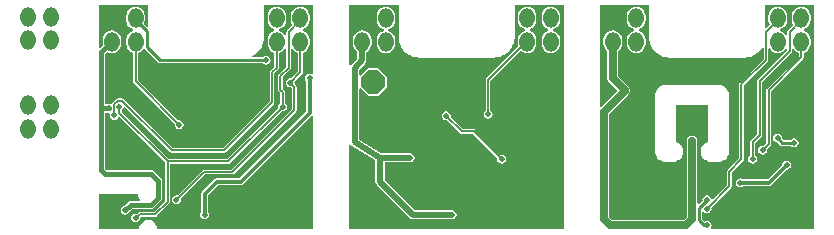
<source format=gtl>
G04*
G04 #@! TF.GenerationSoftware,Altium Limited,Altium Designer,19.1.5 (86)*
G04*
G04 Layer_Physical_Order=1*
G04 Layer_Color=255*
%FSLAX25Y25*%
%MOIN*%
G70*
G01*
G75*
%ADD10P,0.08523X8X337.5*%
%ADD11C,0.02000*%
%ADD12C,0.00500*%
%ADD13C,0.01200*%
%ADD14C,0.01600*%
%ADD15C,0.01000*%
%ADD16C,0.02500*%
%ADD17O,0.05118X0.06535*%
%ADD18C,0.01968*%
G36*
X185935Y6019D02*
X114497D01*
Y34065D01*
X114896Y34190D01*
X114997Y34198D01*
X115067Y34133D01*
X115134Y34032D01*
X115284Y33932D01*
X115416Y33810D01*
X123186Y29044D01*
Y21900D01*
X123303Y21315D01*
X123634Y20819D01*
X134634Y9819D01*
X135131Y9487D01*
X135716Y9370D01*
X148716D01*
X149301Y9487D01*
X149797Y9819D01*
X150129Y10315D01*
X150245Y10900D01*
X150129Y11485D01*
X149797Y11981D01*
X149301Y12313D01*
X148716Y12429D01*
X136349D01*
X126245Y22533D01*
Y28370D01*
X134716D01*
X135301Y28487D01*
X135797Y28819D01*
X136129Y29315D01*
X136245Y29900D01*
X136129Y30485D01*
X135797Y30981D01*
X135301Y31313D01*
X134716Y31429D01*
X125147D01*
X117745Y35970D01*
Y40900D01*
Y52807D01*
X118207Y52998D01*
X120808Y50397D01*
X123946D01*
X127083Y53535D01*
Y56672D01*
X123946Y59809D01*
X120808D01*
X118207Y57208D01*
X117745Y57400D01*
Y59266D01*
X119717Y61238D01*
X120049Y61734D01*
X120165Y62320D01*
Y65134D01*
X120340Y65207D01*
X120979Y65697D01*
X121469Y66336D01*
X121777Y67080D01*
X121882Y67879D01*
Y69296D01*
X121777Y70095D01*
X121469Y70839D01*
X120979Y71478D01*
X120340Y71968D01*
X119596Y72277D01*
X118797Y72382D01*
X117999Y72277D01*
X117254Y71968D01*
X116615Y71478D01*
X116125Y70839D01*
X115817Y70095D01*
X115712Y69296D01*
Y67879D01*
X115817Y67080D01*
X116125Y66336D01*
X116615Y65697D01*
X117106Y65320D01*
Y62953D01*
X115134Y60981D01*
X114997Y60775D01*
X114497Y60927D01*
Y80765D01*
X130874Y80765D01*
Y70164D01*
X130879Y70139D01*
X130875Y70113D01*
X130904Y69541D01*
X130922Y69468D01*
X130922Y69392D01*
X131146Y68269D01*
X131184Y68176D01*
X131204Y68078D01*
X131642Y67020D01*
X131698Y66936D01*
X131736Y66844D01*
X132372Y65892D01*
X132443Y65821D01*
X132499Y65737D01*
X133309Y64927D01*
X133392Y64872D01*
X133463Y64801D01*
X134415Y64164D01*
X134508Y64126D01*
X134592Y64070D01*
X135650Y63632D01*
X135748Y63612D01*
X135841Y63574D01*
X136964Y63350D01*
X137039Y63350D01*
X137113Y63332D01*
X137685Y63304D01*
X137710Y63307D01*
X137735Y63302D01*
X162696D01*
X162721Y63307D01*
X162746Y63304D01*
X163319Y63332D01*
X163392Y63350D01*
X163468Y63350D01*
X164591Y63574D01*
X164683Y63612D01*
X164782Y63632D01*
X165840Y64070D01*
X165923Y64126D01*
X166016Y64165D01*
X166968Y64801D01*
X167039Y64872D01*
X167123Y64928D01*
X167932Y65737D01*
X167988Y65821D01*
X168059Y65892D01*
X168695Y66844D01*
X168734Y66936D01*
X168790Y67020D01*
X169228Y68078D01*
X169247Y68176D01*
X169286Y68269D01*
X169509Y69392D01*
X169509Y69468D01*
X169528Y69541D01*
X169556Y70114D01*
X169552Y70139D01*
X169557Y70164D01*
X169557Y80765D01*
X185935D01*
Y6019D01*
D02*
G37*
G36*
X47397Y73645D02*
X46935Y73454D01*
X45958Y74431D01*
X46174Y74954D01*
X46279Y75753D01*
Y77170D01*
X46174Y77969D01*
X45866Y78713D01*
X45376Y79352D01*
X44737Y79842D01*
X43992Y80151D01*
X43194Y80256D01*
X42395Y80151D01*
X41651Y79842D01*
X41012Y79352D01*
X40522Y78713D01*
X40214Y77969D01*
X40108Y77170D01*
Y75753D01*
X40214Y74954D01*
X40522Y74210D01*
X41012Y73571D01*
X41651Y73081D01*
X42395Y72773D01*
Y72277D01*
X41651Y71968D01*
X41012Y71478D01*
X40522Y70839D01*
X40214Y70095D01*
X40108Y69296D01*
Y67879D01*
X40214Y67080D01*
X40522Y66336D01*
X41012Y65697D01*
X41651Y65207D01*
X42395Y64899D01*
X42429Y64894D01*
Y55445D01*
X42487Y55152D01*
X42653Y54904D01*
X56297Y41260D01*
X56225Y40900D01*
X56340Y40321D01*
X56669Y39830D01*
X57160Y39502D01*
X57739Y39387D01*
X58318Y39502D01*
X58809Y39830D01*
X59137Y40321D01*
X59252Y40900D01*
X59137Y41479D01*
X58809Y41970D01*
X58318Y42298D01*
X57739Y42413D01*
X57378Y42342D01*
X43959Y55761D01*
Y64894D01*
X43992Y64899D01*
X44737Y65207D01*
X45376Y65697D01*
X45632Y66032D01*
X46050Y66073D01*
X46258Y66026D01*
X50630Y61654D01*
X50961Y61433D01*
X51351Y61355D01*
X85651D01*
X85668Y61330D01*
X86159Y61002D01*
X86739Y60887D01*
X87318Y61002D01*
X87809Y61330D01*
X88137Y61821D01*
X88252Y62400D01*
X88137Y62979D01*
X87809Y63470D01*
X87318Y63798D01*
X86739Y63913D01*
X86159Y63798D01*
X85668Y63470D01*
X85618Y63395D01*
X82038D01*
X81939Y63895D01*
X82363Y64070D01*
X82446Y64126D01*
X82539Y64165D01*
X83491Y64801D01*
X83562Y64872D01*
X83645Y64928D01*
X84455Y65737D01*
X84511Y65821D01*
X84582Y65892D01*
X85218Y66844D01*
X85257Y66937D01*
X85312Y67020D01*
X85751Y68078D01*
X85770Y68177D01*
X85809Y68269D01*
X86032Y69392D01*
X86032Y69468D01*
X86051Y69541D01*
X86079Y70114D01*
X86075Y70139D01*
X86080Y70164D01*
X86080Y80765D01*
X102458Y80765D01*
Y57972D01*
X101958Y57705D01*
X101818Y57798D01*
X101239Y57913D01*
X100660Y57798D01*
X100169Y57470D01*
X99840Y56979D01*
X99725Y56400D01*
X99840Y55821D01*
X100117Y55407D01*
Y45365D01*
X77774Y23022D01*
X70239D01*
X69809Y22936D01*
X69446Y22693D01*
X69446Y22693D01*
X65446Y18693D01*
X65202Y18329D01*
X65117Y17900D01*
X65117Y17900D01*
Y11893D01*
X64841Y11479D01*
X64725Y10900D01*
X64841Y10321D01*
X65168Y9830D01*
X65659Y9502D01*
X66239Y9387D01*
X66818Y9502D01*
X67309Y9830D01*
X67637Y10321D01*
X67752Y10900D01*
X67637Y11479D01*
X67360Y11893D01*
Y17435D01*
X70703Y20778D01*
X78239D01*
X78239Y20778D01*
X78668Y20864D01*
X79032Y21107D01*
X101958Y44033D01*
X102252Y43971D01*
X102458Y43845D01*
Y6020D01*
X50954Y6019D01*
X50493Y6177D01*
X50453Y6579D01*
X50410Y6723D01*
X50380Y6870D01*
X50072Y7613D01*
X49851Y7944D01*
X49282Y8513D01*
X48952Y8734D01*
X48208Y9042D01*
X47818Y9119D01*
X47014D01*
X46623Y9042D01*
X45880Y8734D01*
X45549Y8513D01*
X44980Y7944D01*
X44759Y7613D01*
X44451Y6870D01*
X44422Y6723D01*
X44379Y6579D01*
X44339Y6177D01*
X43877Y6020D01*
X31020Y6020D01*
X31019Y17681D01*
X43878Y17681D01*
X43879Y17673D01*
X43922Y17530D01*
X43951Y17383D01*
X44259Y16640D01*
X44480Y16309D01*
X44764Y16025D01*
X44557Y15526D01*
X41539D01*
X41031Y15425D01*
X40601Y15137D01*
X39288Y13824D01*
X39160Y13798D01*
X38669Y13470D01*
X38340Y12979D01*
X38225Y12400D01*
X38340Y11821D01*
X38669Y11330D01*
X39160Y11002D01*
X39739Y10887D01*
X40318Y11002D01*
X40809Y11330D01*
X41137Y11821D01*
X41162Y11949D01*
X42088Y12875D01*
X48346D01*
X48853Y12975D01*
X49283Y13263D01*
X51715Y15695D01*
X52003Y16125D01*
X52103Y16632D01*
Y22304D01*
X52003Y22811D01*
X51715Y23241D01*
X49395Y25562D01*
X48965Y25849D01*
X48458Y25950D01*
X33425D01*
X33125Y26249D01*
Y27025D01*
X33125Y27025D01*
Y44745D01*
X33626Y44964D01*
X33675Y44931D01*
X34254Y44816D01*
X34340Y44833D01*
X34425Y44782D01*
X34725Y44399D01*
X34646Y44002D01*
X34761Y43423D01*
X35089Y42932D01*
X35580Y42604D01*
X36160Y42489D01*
X36739Y42604D01*
X37230Y42932D01*
X37501Y43337D01*
X38044Y43501D01*
X53174Y28371D01*
Y15517D01*
X49422Y11765D01*
X44589D01*
X44296Y11706D01*
X44048Y11541D01*
X44048Y11541D01*
X43807Y11300D01*
X43239Y11413D01*
X42660Y11298D01*
X42169Y10970D01*
X41840Y10479D01*
X41725Y9900D01*
X41840Y9321D01*
X42169Y8830D01*
X42660Y8502D01*
X43239Y8387D01*
X43818Y8502D01*
X44309Y8830D01*
X44637Y9321D01*
X44752Y9900D01*
X45155Y10235D01*
X49739D01*
X50031Y10294D01*
X50279Y10459D01*
X54479Y14659D01*
X54645Y14907D01*
X54703Y15200D01*
X54703Y15200D01*
Y27923D01*
X74040D01*
X74332Y27981D01*
X74581Y28147D01*
X91878Y45445D01*
X92239Y45373D01*
X92818Y45489D01*
X93309Y45817D01*
X93637Y46308D01*
X93752Y46887D01*
X93637Y47466D01*
X93309Y47957D01*
X93003Y48161D01*
Y51900D01*
X93003Y51900D01*
X92945Y52193D01*
X92779Y52441D01*
X92779Y52441D01*
X92268Y52952D01*
Y56848D01*
X94779Y59359D01*
X94945Y59607D01*
X95003Y59900D01*
Y66086D01*
X95451Y66312D01*
X95503Y66309D01*
X95973Y65697D01*
X96612Y65207D01*
X97356Y64899D01*
X97390Y64894D01*
Y58633D01*
X95099Y56342D01*
X94739Y56413D01*
X94160Y56298D01*
X93669Y55970D01*
X93340Y55479D01*
X93225Y54900D01*
X93340Y54321D01*
X93669Y53830D01*
X94160Y53502D01*
X94739Y53387D01*
X94978Y53434D01*
X95374Y53087D01*
Y46117D01*
X75188Y25931D01*
X66104D01*
X65812Y25872D01*
X65564Y25706D01*
X57199Y17342D01*
X56839Y17413D01*
X56260Y17298D01*
X55769Y16970D01*
X55440Y16479D01*
X55325Y15900D01*
X55440Y15321D01*
X55769Y14830D01*
X56260Y14502D01*
X56839Y14387D01*
X57418Y14502D01*
X57909Y14830D01*
X58237Y15321D01*
X58352Y15900D01*
X58280Y16260D01*
X66421Y24401D01*
X75504D01*
X75797Y24459D01*
X76045Y24625D01*
X96679Y45259D01*
X96679Y45259D01*
X96845Y45507D01*
X96903Y45800D01*
X96903Y45800D01*
Y53500D01*
X96845Y53793D01*
X96679Y54041D01*
X96180Y54540D01*
X96252Y54900D01*
X96180Y55260D01*
X98695Y57775D01*
X98861Y58023D01*
X98919Y58316D01*
Y64894D01*
X98953Y64899D01*
X99697Y65207D01*
X100336Y65697D01*
X100827Y66336D01*
X101135Y67080D01*
X101240Y67879D01*
Y69296D01*
X101135Y70095D01*
X100827Y70839D01*
X100336Y71478D01*
X99697Y71968D01*
X98953Y72277D01*
Y72773D01*
X99697Y73081D01*
X100336Y73571D01*
X100827Y74210D01*
X101135Y74954D01*
X101240Y75753D01*
Y77170D01*
X101135Y77969D01*
X100827Y78713D01*
X100336Y79352D01*
X99697Y79842D01*
X98953Y80151D01*
X98155Y80256D01*
X97356Y80151D01*
X96612Y79842D01*
X95973Y79352D01*
X95482Y78713D01*
X95174Y77969D01*
X95069Y77170D01*
Y75753D01*
X95174Y74954D01*
X95482Y74210D01*
X95503Y74183D01*
X93698Y72378D01*
X93532Y72130D01*
X93474Y71837D01*
Y70887D01*
X92974Y70788D01*
X92953Y70839D01*
X92462Y71478D01*
X91823Y71968D01*
X91079Y72277D01*
Y72773D01*
X91823Y73081D01*
X92462Y73571D01*
X92953Y74210D01*
X93261Y74954D01*
X93366Y75753D01*
Y77170D01*
X93261Y77969D01*
X92953Y78713D01*
X92462Y79352D01*
X91823Y79842D01*
X91079Y80151D01*
X90281Y80256D01*
X89482Y80151D01*
X88738Y79842D01*
X88099Y79352D01*
X87608Y78713D01*
X87300Y77969D01*
X87195Y77170D01*
Y75753D01*
X87300Y74954D01*
X87608Y74210D01*
X88099Y73571D01*
X88738Y73081D01*
X89482Y72773D01*
Y72277D01*
X88738Y71968D01*
X88099Y71478D01*
X87608Y70839D01*
X87300Y70095D01*
X87195Y69296D01*
Y67879D01*
X87300Y67080D01*
X87608Y66336D01*
X88099Y65697D01*
X88738Y65207D01*
X89482Y64899D01*
X89516Y64894D01*
Y60259D01*
X88198Y58941D01*
X88032Y58693D01*
X87974Y58400D01*
Y48717D01*
X72422Y33165D01*
X55555D01*
X39279Y49441D01*
X39031Y49606D01*
X38739Y49665D01*
X37239D01*
X36946Y49606D01*
X36698Y49441D01*
X35464Y48206D01*
X35298Y47958D01*
X34955Y47788D01*
X34753Y47743D01*
X34254Y47842D01*
X33675Y47727D01*
X33672Y47725D01*
X33125D01*
Y64519D01*
X33803Y65196D01*
X34521Y64899D01*
X35320Y64793D01*
X36119Y64899D01*
X36863Y65207D01*
X37502Y65697D01*
X37992Y66336D01*
X38300Y67080D01*
X38405Y67879D01*
Y69296D01*
X38300Y70095D01*
X37992Y70839D01*
X37502Y71478D01*
X36863Y71968D01*
X36119Y72277D01*
X35320Y72382D01*
X34521Y72277D01*
X33777Y71968D01*
X33138Y71478D01*
X32648Y70839D01*
X32340Y70095D01*
X32234Y69296D01*
Y67879D01*
X32293Y67435D01*
X31482Y66624D01*
X31020Y66815D01*
X31020Y80765D01*
X47397D01*
X47397Y73645D01*
D02*
G37*
G36*
X269412Y6019D02*
X235130D01*
X234890Y6520D01*
X235091Y6821D01*
X235206Y7400D01*
X235091Y7979D01*
X234763Y8470D01*
X234272Y8798D01*
X233693Y8913D01*
X233114Y8798D01*
X232888Y8647D01*
X232119Y9415D01*
Y11683D01*
X232619Y11835D01*
X232623Y11830D01*
X233114Y11502D01*
X233693Y11387D01*
X234272Y11502D01*
X234763Y11830D01*
X235091Y12321D01*
X235206Y12900D01*
X235135Y13260D01*
X241667Y19792D01*
X241832Y20040D01*
X241891Y20333D01*
Y24984D01*
X245703Y28797D01*
X245869Y29045D01*
X245927Y29338D01*
X245927Y29338D01*
Y54053D01*
X253839Y61964D01*
X254004Y62212D01*
X254063Y62505D01*
Y66237D01*
X254563Y66337D01*
X254563Y66336D01*
X255053Y65697D01*
X255692Y65207D01*
X256436Y64899D01*
X257235Y64793D01*
X258033Y64899D01*
X258778Y65207D01*
X259417Y65697D01*
X259907Y66336D01*
X259928Y66388D01*
X260428Y66288D01*
Y65717D01*
X250652Y55941D01*
X250486Y55693D01*
X250428Y55400D01*
Y37717D01*
X248353Y35642D01*
X248187Y35393D01*
X248129Y35101D01*
Y30674D01*
X247824Y30470D01*
X247496Y29979D01*
X247380Y29400D01*
X247496Y28821D01*
X247824Y28330D01*
X248315Y28002D01*
X248894Y27887D01*
X249473Y28002D01*
X249964Y28330D01*
X250292Y28821D01*
X250407Y29400D01*
X250292Y29979D01*
X249964Y30470D01*
X249658Y30674D01*
Y34784D01*
X251734Y36859D01*
X251734Y36859D01*
X251899Y37107D01*
X251958Y37400D01*
Y55083D01*
X261734Y64859D01*
X261734Y64859D01*
X261899Y65107D01*
X261958Y65400D01*
X261958Y65400D01*
Y66086D01*
X262405Y66312D01*
X262458Y66309D01*
X262927Y65697D01*
X263566Y65207D01*
X264310Y64899D01*
X264344Y64894D01*
Y63633D01*
X253652Y52941D01*
X253486Y52693D01*
X253428Y52400D01*
Y34717D01*
X252553Y33842D01*
X252193Y33913D01*
X251614Y33798D01*
X251123Y33470D01*
X250795Y32979D01*
X250680Y32400D01*
X250795Y31821D01*
X251123Y31330D01*
X251614Y31002D01*
X252193Y30887D01*
X252772Y31002D01*
X253263Y31330D01*
X253591Y31821D01*
X253706Y32400D01*
X253635Y32760D01*
X254734Y33859D01*
X254899Y34107D01*
X254958Y34400D01*
X254958Y34400D01*
Y52083D01*
X265650Y62775D01*
X265650Y62775D01*
X265815Y63023D01*
X265874Y63316D01*
Y64894D01*
X265908Y64899D01*
X266652Y65207D01*
X267291Y65697D01*
X267781Y66336D01*
X268089Y67080D01*
X268194Y67879D01*
Y69296D01*
X268089Y70095D01*
X267781Y70839D01*
X267291Y71478D01*
X266652Y71968D01*
X265908Y72277D01*
Y72773D01*
X266652Y73081D01*
X267291Y73571D01*
X267781Y74210D01*
X268089Y74954D01*
X268194Y75753D01*
Y77170D01*
X268089Y77969D01*
X267781Y78713D01*
X267291Y79352D01*
X266652Y79842D01*
X265908Y80151D01*
X265109Y80256D01*
X264310Y80151D01*
X263566Y79842D01*
X262927Y79352D01*
X262437Y78713D01*
X262129Y77969D01*
X262023Y77170D01*
Y75753D01*
X262129Y74954D01*
X262437Y74210D01*
X262458Y74183D01*
X260652Y72378D01*
X260487Y72130D01*
X260428Y71837D01*
Y70887D01*
X259928Y70788D01*
X259907Y70839D01*
X259417Y71478D01*
X258778Y71968D01*
X258033Y72277D01*
Y72773D01*
X258778Y73081D01*
X259417Y73571D01*
X259907Y74210D01*
X260215Y74954D01*
X260320Y75753D01*
Y77170D01*
X260215Y77969D01*
X259907Y78713D01*
X259417Y79352D01*
X258778Y79842D01*
X258033Y80151D01*
X257235Y80256D01*
X256436Y80151D01*
X255692Y79842D01*
X255053Y79352D01*
X254563Y78713D01*
X254255Y77969D01*
X254149Y77170D01*
Y75753D01*
X254255Y74954D01*
X254563Y74210D01*
X254584Y74183D01*
X253497Y73096D01*
X253034Y73287D01*
X253034Y80765D01*
X269412D01*
Y6019D01*
D02*
G37*
G36*
X93474Y66288D02*
Y60217D01*
X90963Y57705D01*
X90797Y57457D01*
X90739Y57165D01*
Y52635D01*
X90797Y52343D01*
X90963Y52095D01*
X91474Y51583D01*
Y48161D01*
X91168Y47957D01*
X90841Y47466D01*
X90725Y46887D01*
X90797Y46526D01*
X73723Y29453D01*
X54255D01*
X38545Y45163D01*
X38576Y45674D01*
X38809Y45830D01*
X39137Y46321D01*
X39202Y46648D01*
X39739Y46818D01*
X54698Y31859D01*
X54698Y31859D01*
X54946Y31694D01*
X55239Y31635D01*
X72739D01*
X73031Y31694D01*
X73279Y31859D01*
X89279Y47859D01*
X89445Y48107D01*
X89503Y48400D01*
X89503Y48400D01*
Y58083D01*
X90821Y59401D01*
X90987Y59649D01*
X91045Y59942D01*
Y64894D01*
X91079Y64899D01*
X91823Y65207D01*
X92462Y65697D01*
X92953Y66336D01*
X92974Y66388D01*
X93474Y66288D01*
D02*
G37*
G36*
X214351Y80765D02*
Y70164D01*
X214356Y70139D01*
X214353Y70114D01*
X214381Y69541D01*
X214399Y69468D01*
X214399Y69392D01*
X214623Y68269D01*
X214661Y68176D01*
X214681Y68078D01*
X215119Y67020D01*
X215175Y66936D01*
X215213Y66844D01*
X215850Y65892D01*
X215921Y65821D01*
X215976Y65737D01*
X216786Y64928D01*
X216869Y64872D01*
X216940Y64801D01*
X217893Y64165D01*
X217985Y64126D01*
X218069Y64070D01*
X219127Y63632D01*
X219225Y63612D01*
X219318Y63574D01*
X220441Y63350D01*
X220517Y63350D01*
X220590Y63332D01*
X221163Y63304D01*
X221188Y63307D01*
X221213Y63302D01*
X246173D01*
X246198Y63307D01*
X246223Y63304D01*
X246796Y63332D01*
X246869Y63350D01*
X246945Y63350D01*
X248068Y63574D01*
X248161Y63612D01*
X248259Y63632D01*
X249317Y64070D01*
X249400Y64126D01*
X249493Y64165D01*
X250445Y64801D01*
X250516Y64872D01*
X250600Y64928D01*
X251410Y65737D01*
X251465Y65821D01*
X251536Y65892D01*
X252033Y66635D01*
X252533Y66484D01*
Y62822D01*
X244622Y54910D01*
X244456Y54662D01*
X244398Y54370D01*
Y29655D01*
X240585Y25842D01*
X240420Y25594D01*
X240361Y25301D01*
Y20650D01*
X235694Y15982D01*
X235156Y16152D01*
X235091Y16479D01*
X234763Y16970D01*
X234272Y17298D01*
X233693Y17413D01*
X233114Y17298D01*
X232623Y16970D01*
X232295Y16479D01*
X232180Y15900D01*
X232191Y15840D01*
X230939Y14588D01*
X230477Y14780D01*
Y21294D01*
X230515Y21485D01*
Y35456D01*
X230380Y36139D01*
X229993Y36718D01*
X229993Y36718D01*
X229955Y36756D01*
X229376Y37143D01*
X228693Y37279D01*
X228010Y37143D01*
X227431Y36756D01*
X227045Y36177D01*
X226909Y35495D01*
X226947Y35303D01*
Y21639D01*
X226909Y21447D01*
Y10139D01*
X225954Y9184D01*
X201932D01*
X200977Y10139D01*
Y44453D01*
X207455Y50930D01*
X207455Y50930D01*
X207841Y51509D01*
X207977Y52192D01*
Y52400D01*
X207977Y52400D01*
X207841Y53083D01*
X207455Y53662D01*
X204059Y57058D01*
Y65392D01*
X204456Y65697D01*
X204946Y66336D01*
X205255Y67080D01*
X205360Y67879D01*
Y69296D01*
X205255Y70095D01*
X204946Y70839D01*
X204456Y71478D01*
X203817Y71968D01*
X203073Y72277D01*
X202274Y72382D01*
X201476Y72277D01*
X200731Y71968D01*
X200093Y71478D01*
X199602Y70839D01*
X199294Y70095D01*
X199189Y69296D01*
Y67879D01*
X199294Y67080D01*
X199602Y66336D01*
X200093Y65697D01*
X200490Y65392D01*
Y56319D01*
X200626Y55636D01*
X201013Y55057D01*
X203774Y52296D01*
X198436Y46958D01*
X197974Y47150D01*
Y80765D01*
X214351Y80765D01*
D02*
G37*
%LPC*%
G36*
X181632Y80256D02*
X180833Y80151D01*
X180089Y79842D01*
X179450Y79352D01*
X178960Y78713D01*
X178651Y77969D01*
X178546Y77170D01*
Y75753D01*
X178651Y74954D01*
X178960Y74210D01*
X179450Y73571D01*
X180089Y73081D01*
X180833Y72773D01*
Y72277D01*
X180089Y71968D01*
X179450Y71478D01*
X178960Y70839D01*
X178651Y70095D01*
X178546Y69296D01*
Y67879D01*
X178651Y67080D01*
X178960Y66336D01*
X179450Y65697D01*
X180089Y65207D01*
X180833Y64899D01*
X181632Y64793D01*
X182430Y64899D01*
X183175Y65207D01*
X183814Y65697D01*
X184304Y66336D01*
X184612Y67080D01*
X184717Y67879D01*
Y69296D01*
X184612Y70095D01*
X184304Y70839D01*
X183814Y71478D01*
X183175Y71968D01*
X182430Y72277D01*
Y72773D01*
X183175Y73081D01*
X183814Y73571D01*
X184304Y74210D01*
X184612Y74954D01*
X184717Y75753D01*
Y77170D01*
X184612Y77969D01*
X184304Y78713D01*
X183814Y79352D01*
X183175Y79842D01*
X182430Y80151D01*
X181632Y80256D01*
D02*
G37*
G36*
X173758D02*
X172959Y80151D01*
X172215Y79842D01*
X171576Y79352D01*
X171086Y78713D01*
X170777Y77969D01*
X170672Y77170D01*
Y75753D01*
X170777Y74954D01*
X171086Y74210D01*
X171576Y73571D01*
X172215Y73081D01*
X172959Y72773D01*
Y72277D01*
X172215Y71968D01*
X171576Y71478D01*
X171086Y70839D01*
X170777Y70095D01*
X170672Y69296D01*
Y67879D01*
X170777Y67080D01*
X170802Y67020D01*
X160175Y56393D01*
X160009Y56145D01*
X159951Y55853D01*
Y45674D01*
X159646Y45470D01*
X159318Y44979D01*
X159202Y44400D01*
X159318Y43821D01*
X159646Y43330D01*
X160137Y43002D01*
X160716Y42887D01*
X161295Y43002D01*
X161786Y43330D01*
X162114Y43821D01*
X162229Y44400D01*
X162114Y44979D01*
X161786Y45470D01*
X161480Y45674D01*
Y55536D01*
X171613Y65668D01*
X172215Y65207D01*
X172959Y64899D01*
X173758Y64793D01*
X174556Y64899D01*
X175300Y65207D01*
X175940Y65697D01*
X176430Y66336D01*
X176738Y67080D01*
X176843Y67879D01*
Y69296D01*
X176738Y70095D01*
X176430Y70839D01*
X175940Y71478D01*
X175300Y71968D01*
X174556Y72277D01*
Y72773D01*
X175300Y73081D01*
X175940Y73571D01*
X176430Y74210D01*
X176738Y74954D01*
X176843Y75753D01*
Y77170D01*
X176738Y77969D01*
X176430Y78713D01*
X175940Y79352D01*
X175300Y79842D01*
X174556Y80151D01*
X173758Y80256D01*
D02*
G37*
G36*
X126671D02*
X125873Y80151D01*
X125128Y79842D01*
X124489Y79352D01*
X123999Y78713D01*
X123691Y77969D01*
X123586Y77170D01*
Y75753D01*
X123691Y74954D01*
X123999Y74210D01*
X124489Y73571D01*
X125128Y73081D01*
X125873Y72773D01*
Y72277D01*
X125128Y71968D01*
X124489Y71478D01*
X123999Y70839D01*
X123691Y70095D01*
X123586Y69296D01*
Y67879D01*
X123691Y67080D01*
X123999Y66336D01*
X124489Y65697D01*
X125128Y65207D01*
X125873Y64899D01*
X126671Y64793D01*
X127470Y64899D01*
X128214Y65207D01*
X128853Y65697D01*
X129343Y66336D01*
X129651Y67080D01*
X129756Y67879D01*
Y69296D01*
X129651Y70095D01*
X129343Y70839D01*
X128853Y71478D01*
X128214Y71968D01*
X127470Y72277D01*
Y72773D01*
X128214Y73081D01*
X128853Y73571D01*
X129343Y74210D01*
X129651Y74954D01*
X129756Y75753D01*
Y77170D01*
X129651Y77969D01*
X129343Y78713D01*
X128853Y79352D01*
X128214Y79842D01*
X127470Y80151D01*
X126671Y80256D01*
D02*
G37*
G36*
X146716Y45413D02*
X146137Y45298D01*
X145646Y44970D01*
X145318Y44479D01*
X145202Y43900D01*
X145318Y43321D01*
X145646Y42830D01*
X146137Y42502D01*
X146716Y42387D01*
X147076Y42458D01*
X151409Y38125D01*
X151657Y37959D01*
X151950Y37901D01*
X151950Y37901D01*
X155633D01*
X163774Y29760D01*
X163702Y29400D01*
X163818Y28821D01*
X164146Y28330D01*
X164637Y28002D01*
X165216Y27887D01*
X165795Y28002D01*
X166286Y28330D01*
X166614Y28821D01*
X166729Y29400D01*
X166614Y29979D01*
X166286Y30470D01*
X165795Y30798D01*
X165216Y30913D01*
X164856Y30842D01*
X156491Y39206D01*
X156243Y39372D01*
X155950Y39430D01*
X152267D01*
X148157Y43540D01*
X148229Y43900D01*
X148114Y44479D01*
X147786Y44970D01*
X147295Y45298D01*
X146716Y45413D01*
D02*
G37*
G36*
X257193Y37913D02*
X256614Y37798D01*
X256123Y37470D01*
X255795Y36979D01*
X255680Y36400D01*
X255795Y35821D01*
X256123Y35330D01*
X256614Y35002D01*
X257193Y34887D01*
X257253Y34898D01*
X257972Y34179D01*
X258303Y33958D01*
X258693Y33880D01*
X261589D01*
X261623Y33830D01*
X262114Y33502D01*
X262693Y33387D01*
X263272Y33502D01*
X263763Y33830D01*
X264091Y34321D01*
X264206Y34900D01*
X264091Y35479D01*
X263763Y35970D01*
X263272Y36298D01*
X262693Y36413D01*
X262114Y36298D01*
X261623Y35970D01*
X261589Y35919D01*
X259115D01*
X258694Y36340D01*
X258706Y36400D01*
X258591Y36979D01*
X258263Y37470D01*
X257772Y37798D01*
X257193Y37913D01*
D02*
G37*
G36*
X260193Y28913D02*
X259614Y28798D01*
X259123Y28470D01*
X258795Y27979D01*
X258698Y27491D01*
X253864Y22657D01*
X245822D01*
X245408Y22934D01*
X244829Y23049D01*
X244250Y22934D01*
X243759Y22606D01*
X243431Y22115D01*
X243315Y21536D01*
X243431Y20957D01*
X243759Y20466D01*
X244250Y20138D01*
X244829Y20022D01*
X245408Y20138D01*
X245822Y20414D01*
X254329D01*
X254329Y20414D01*
X254758Y20500D01*
X255122Y20743D01*
X260284Y25905D01*
X260772Y26002D01*
X261263Y26330D01*
X261591Y26821D01*
X261706Y27400D01*
X261591Y27979D01*
X261263Y28470D01*
X260772Y28798D01*
X260193Y28913D01*
D02*
G37*
G36*
X210148Y80256D02*
X209350Y80151D01*
X208606Y79842D01*
X207966Y79352D01*
X207476Y78713D01*
X207168Y77969D01*
X207063Y77170D01*
Y75753D01*
X207168Y74954D01*
X207476Y74210D01*
X207966Y73571D01*
X208606Y73081D01*
X209350Y72773D01*
Y72277D01*
X208606Y71968D01*
X207966Y71478D01*
X207476Y70839D01*
X207168Y70095D01*
X207063Y69296D01*
Y67879D01*
X207168Y67080D01*
X207476Y66336D01*
X207966Y65697D01*
X208606Y65207D01*
X209350Y64899D01*
X210148Y64793D01*
X210947Y64899D01*
X211691Y65207D01*
X212330Y65697D01*
X212820Y66336D01*
X213129Y67080D01*
X213234Y67879D01*
Y69296D01*
X213129Y70095D01*
X212820Y70839D01*
X212330Y71478D01*
X211691Y71968D01*
X210947Y72277D01*
Y72773D01*
X211691Y73081D01*
X212330Y73571D01*
X212820Y74210D01*
X213129Y74954D01*
X213234Y75753D01*
Y77170D01*
X213129Y77969D01*
X212820Y78713D01*
X212330Y79352D01*
X211691Y79842D01*
X210947Y80151D01*
X210148Y80256D01*
D02*
G37*
G36*
X237555Y54218D02*
X219831D01*
X219831Y54218D01*
X219831Y54218D01*
X219831D01*
X219830Y54218D01*
X219829Y54218D01*
X219359Y54218D01*
X219163Y54178D01*
X218970Y54140D01*
X218102Y53780D01*
X217936Y53668D01*
X217772Y53559D01*
X217108Y52895D01*
X217108Y52895D01*
X217108Y52895D01*
X217107Y52894D01*
X216997Y52729D01*
X216887Y52564D01*
X216886Y52564D01*
X216886Y52564D01*
X216886Y52564D01*
X216527Y51697D01*
X216527Y51697D01*
X216527Y51697D01*
X216526Y51696D01*
X216488Y51507D01*
X216448Y51307D01*
X216447Y50837D01*
X216448Y50836D01*
X216447Y50836D01*
Y31961D01*
X216448Y31960D01*
X216447Y31959D01*
X216448Y31490D01*
X216487Y31294D01*
X216526Y31100D01*
X216886Y30232D01*
X216997Y30066D01*
X217107Y29902D01*
X217771Y29238D01*
X217771Y29238D01*
X217771Y29238D01*
X217771Y29238D01*
X217932Y29130D01*
X218101Y29017D01*
X218969Y28657D01*
X219164Y28618D01*
X219359Y28578D01*
X219829Y28578D01*
X219829Y28578D01*
X219830Y28578D01*
X222420D01*
X222420Y28578D01*
X222421Y28578D01*
X222891Y28578D01*
X223086Y28617D01*
X223281Y28656D01*
X224148Y29016D01*
X224148Y29016D01*
X224148Y29016D01*
X224149Y29017D01*
X224302Y29119D01*
X224479Y29238D01*
X225143Y29902D01*
X225256Y30071D01*
X225364Y30233D01*
X225723Y31101D01*
X225763Y31301D01*
X225801Y31491D01*
Y32431D01*
X225723Y32821D01*
X225723Y32821D01*
X225363Y33690D01*
X225142Y34021D01*
X224477Y34686D01*
X224147Y34907D01*
X223278Y35267D01*
X223214Y35279D01*
Y47456D01*
X234172D01*
Y35279D01*
X234108Y35267D01*
X233240Y34907D01*
X233074Y34796D01*
X232909Y34686D01*
X232244Y34022D01*
X232140Y33865D01*
X232023Y33691D01*
X231663Y32823D01*
X231623Y32621D01*
X231586Y32433D01*
X231585Y31493D01*
X231623Y31299D01*
X231662Y31103D01*
X232021Y30234D01*
X232137Y30061D01*
X232242Y29903D01*
X232906Y29238D01*
X233079Y29123D01*
X233237Y29017D01*
X234105Y28656D01*
X234293Y28619D01*
X234495Y28578D01*
X234965Y28578D01*
X234965Y28578D01*
X234966Y28578D01*
X234968D01*
X234968Y28578D01*
X237556D01*
X237557Y28578D01*
X237557Y28578D01*
X238027Y28578D01*
X238222Y28618D01*
X238417Y28657D01*
X239284Y29017D01*
X239448Y29126D01*
X239615Y29238D01*
X240278Y29902D01*
X240278Y29902D01*
X240278Y29902D01*
X240279Y29902D01*
X240385Y30060D01*
X240500Y30232D01*
X240860Y31100D01*
X240898Y31294D01*
X240938Y31490D01*
X240938Y31959D01*
X240938Y31960D01*
X240938Y31961D01*
Y31961D01*
X240938Y31961D01*
Y50835D01*
X240938Y50835D01*
X240938Y50835D01*
Y50836D01*
X240938Y50836D01*
X240938Y50837D01*
X240938Y51307D01*
X240897Y51507D01*
X240860Y51696D01*
X240859Y51697D01*
X240859Y51697D01*
X240859Y51697D01*
X240499Y52564D01*
X240389Y52729D01*
X240279Y52894D01*
X239615Y53558D01*
X239615Y53558D01*
X239614Y53558D01*
X239614Y53559D01*
X239456Y53664D01*
X239284Y53780D01*
X238416Y54140D01*
X238222Y54178D01*
X238026Y54218D01*
X237557Y54218D01*
X237556Y54218D01*
X237555Y54218D01*
X237555D01*
X237555Y54218D01*
D02*
G37*
%LPD*%
D10*
X133512Y55103D02*
D03*
X133512Y21697D02*
D03*
X166919Y21697D02*
D03*
X166919Y55103D02*
D03*
X122377D02*
D03*
D11*
X124716Y21900D02*
Y29900D01*
Y21900D02*
X135716Y10900D01*
X124716Y29900D02*
X134716D01*
X135716Y10900D02*
X148716D01*
X116216Y35114D02*
X124716Y29900D01*
X116216Y35114D02*
Y40900D01*
Y59900D01*
X118636Y62320D01*
Y68426D01*
X118797Y68587D01*
D12*
X155950Y38666D02*
X165216Y29400D01*
X146716Y43900D02*
X151950Y38666D01*
X155950D01*
X160716Y55853D02*
X173451Y68587D01*
X160716Y44400D02*
Y55853D01*
X173451Y68587D02*
X173758D01*
X55239Y32400D02*
X72739D01*
X38739Y48900D02*
X55239Y32400D01*
X37239Y48900D02*
X38739D01*
X36004Y47666D02*
X37239Y48900D01*
X36004Y44157D02*
Y47666D01*
X75504Y25166D02*
X96139Y45800D01*
X66104Y25166D02*
X75504D01*
X56839Y15900D02*
X66104Y25166D01*
X88739Y48400D02*
Y58400D01*
X72739Y32400D02*
X88739Y48400D01*
X74040Y28688D02*
X92239Y46887D01*
X53939Y28688D02*
X74040D01*
X96139Y45800D02*
Y53500D01*
X94739Y54900D02*
X96139Y53500D01*
X37739Y44888D02*
Y46900D01*
Y44888D02*
X53939Y28688D01*
Y15200D02*
Y28688D01*
X49739Y11000D02*
X53939Y15200D01*
X44589Y11000D02*
X49739D01*
X43489Y9900D02*
X44589Y11000D01*
X43239Y9900D02*
X43489D01*
X92239Y46887D02*
Y51900D01*
X90281Y59942D02*
Y68588D01*
X88739Y58400D02*
X90281Y59942D01*
X94239Y59900D02*
Y71837D01*
X91503Y57165D02*
X94239Y59900D01*
X91503Y52635D02*
Y57165D01*
Y52635D02*
X92239Y51900D01*
X43194Y55445D02*
X57739Y40900D01*
X43194Y55445D02*
Y68588D01*
X94239Y71837D02*
X98155Y75753D01*
Y58316D02*
Y68588D01*
X94739Y54900D02*
X98155Y58316D01*
Y75753D02*
Y76462D01*
X36004Y44157D02*
X36160Y44002D01*
X253298Y62505D02*
Y71816D01*
X245163Y54370D02*
X253298Y62505D01*
X245163Y29338D02*
Y54370D01*
X241126Y25301D02*
X245163Y29338D01*
X241126Y20333D02*
Y25301D01*
X233693Y12900D02*
X241126Y20333D01*
X253298Y71816D02*
X257235Y75753D01*
X265109Y63316D02*
Y68588D01*
X252193Y32400D02*
X254193Y34400D01*
Y52400D02*
X265109Y63316D01*
X254193Y34400D02*
Y52400D01*
X248894Y29400D02*
Y35101D01*
X261193Y65400D02*
Y71837D01*
X265109Y75753D01*
X251193Y55400D02*
X261193Y65400D01*
X248894Y35101D02*
X251193Y37400D01*
Y55400D01*
X265109Y75753D02*
Y76462D01*
X257235Y75753D02*
Y76462D01*
D13*
X78239Y21900D02*
X101239Y44900D01*
X70239Y21900D02*
X78239D01*
X66239Y17900D02*
X70239Y21900D01*
X66239Y10900D02*
Y17900D01*
X101239Y44900D02*
Y56400D01*
X244829Y21536D02*
X254329D01*
X260193Y27400D01*
D14*
X31800Y65068D02*
X35320Y68588D01*
X31800Y46400D02*
Y65068D01*
Y27025D02*
Y46400D01*
X31800Y46400D01*
X34184D01*
X34254Y46329D01*
X31800Y27025D02*
X31800Y27025D01*
X31800Y25700D02*
Y27025D01*
Y25700D02*
X32876Y24624D01*
X48458D01*
X50778Y22304D01*
X48346Y14200D02*
X50778Y16632D01*
X41539Y14200D02*
X48346D01*
X39739Y12400D02*
X41539Y14200D01*
X50778Y16632D02*
Y22304D01*
D15*
X51351Y62375D02*
X86739D01*
X46917Y66808D02*
X51351Y62375D01*
X46917Y66808D02*
Y72030D01*
X43194Y75753D02*
X46917Y72030D01*
X43194Y75753D02*
Y76462D01*
X232693Y7400D02*
X233693D01*
X231100Y8993D02*
X232693Y7400D01*
X231100Y8993D02*
Y13307D01*
X233693Y15900D01*
X257193Y36400D02*
X258693Y34900D01*
X262693D01*
D16*
X228693Y9400D02*
Y21447D01*
X226693Y7400D02*
X228693Y9400D01*
X201193Y7400D02*
X226693D01*
X199193Y9400D02*
X201193Y7400D01*
X199193Y9400D02*
Y45192D01*
X228731Y21485D02*
Y35456D01*
X228693Y35495D02*
X228731Y35456D01*
X228693Y21447D02*
X228731Y21485D01*
X199193Y45192D02*
X206193Y52192D01*
Y52400D01*
X202274Y56319D02*
Y68588D01*
Y56319D02*
X206193Y52400D01*
D17*
X7204Y68988D02*
D03*
X15078D02*
D03*
Y76862D02*
D03*
X7204D02*
D03*
Y39454D02*
D03*
X15078D02*
D03*
Y47329D02*
D03*
X7204D02*
D03*
X118797Y76461D02*
D03*
X126671D02*
D03*
Y68587D02*
D03*
X118797D02*
D03*
X173758D02*
D03*
X181632D02*
D03*
Y76461D02*
D03*
X173758D02*
D03*
X35320Y76462D02*
D03*
X43194D02*
D03*
Y68588D02*
D03*
X35320D02*
D03*
X90281D02*
D03*
X98155D02*
D03*
Y76462D02*
D03*
X90281D02*
D03*
X202274Y76462D02*
D03*
X210148D02*
D03*
Y68588D02*
D03*
X202274D02*
D03*
X257235D02*
D03*
X265109D02*
D03*
Y76462D02*
D03*
X257235D02*
D03*
D18*
X170216Y55400D02*
D03*
X165216Y29400D02*
D03*
Y25900D02*
D03*
X160216Y25400D02*
D03*
X148716Y10900D02*
D03*
X131216Y41400D02*
D03*
X135216Y16900D02*
D03*
Y24900D02*
D03*
X125216Y37900D02*
D03*
X132716Y47900D02*
D03*
X165216Y32400D02*
D03*
X162716Y17900D02*
D03*
X152716Y61400D02*
D03*
X146216Y54900D02*
D03*
X144716Y46400D02*
D03*
X146716Y39400D02*
D03*
Y43900D02*
D03*
X168216Y37900D02*
D03*
X174216Y46400D02*
D03*
X170216Y26900D02*
D03*
X162216Y29400D02*
D03*
X158716Y32900D02*
D03*
X155716Y29900D02*
D03*
X149716Y23400D02*
D03*
X145216Y16900D02*
D03*
X150716Y31400D02*
D03*
X145716Y26400D02*
D03*
X144716Y31400D02*
D03*
X153216Y40400D02*
D03*
X153716Y46400D02*
D03*
X148716Y49900D02*
D03*
X184716Y72400D02*
D03*
X160716Y44400D02*
D03*
X159216Y56900D02*
D03*
X177716Y63400D02*
D03*
X148716Y35400D02*
D03*
X156216Y58900D02*
D03*
X155216Y35900D02*
D03*
X116216Y31900D02*
D03*
X140216Y50400D02*
D03*
X171216Y63400D02*
D03*
X125216Y47900D02*
D03*
X151216Y18400D02*
D03*
X161716Y35900D02*
D03*
X180716Y52900D02*
D03*
X178216Y27400D02*
D03*
X183216Y63400D02*
D03*
X172216Y12900D02*
D03*
X120216Y14400D02*
D03*
X135216Y35400D02*
D03*
X140216Y60400D02*
D03*
X162716Y46900D02*
D03*
X157716Y44400D02*
D03*
X116216Y40900D02*
D03*
X134716Y29900D02*
D03*
X124216Y55900D02*
D03*
X68239Y23400D02*
D03*
X93239Y40400D02*
D03*
X56239Y22400D02*
D03*
X89739Y41900D02*
D03*
X88739Y45900D02*
D03*
X76239Y33400D02*
D03*
X96339Y60500D02*
D03*
X56839Y15900D02*
D03*
X39739Y12400D02*
D03*
X43239Y9900D02*
D03*
X92239Y46887D02*
D03*
Y62900D02*
D03*
X66239Y10900D02*
D03*
X101239Y56400D02*
D03*
X94739Y54900D02*
D03*
X53239Y31900D02*
D03*
X42739Y42400D02*
D03*
X69239Y26900D02*
D03*
X86739Y62400D02*
D03*
X54239Y51400D02*
D03*
X37739Y46900D02*
D03*
X36160Y44002D02*
D03*
X46239Y32900D02*
D03*
X38739Y40900D02*
D03*
X34254Y46329D02*
D03*
X56239Y36900D02*
D03*
X49739Y43400D02*
D03*
X36239Y56900D02*
D03*
X34739Y58900D02*
D03*
Y54900D02*
D03*
X71239Y35400D02*
D03*
X57739Y40900D02*
D03*
X86739Y54400D02*
D03*
X36739Y11900D02*
D03*
X90739Y15400D02*
D03*
Y30900D02*
D03*
X68739Y43400D02*
D03*
X74739Y15400D02*
D03*
X78739Y47400D02*
D03*
X240193Y7400D02*
D03*
X202693Y31900D02*
D03*
X232693Y24900D02*
D03*
X202693Y15400D02*
D03*
X207693Y40900D02*
D03*
Y35900D02*
D03*
X258193Y13400D02*
D03*
X259693Y11400D02*
D03*
X256693D02*
D03*
Y15400D02*
D03*
X259693D02*
D03*
X251193Y63400D02*
D03*
X255193Y62400D02*
D03*
X248193Y51400D02*
D03*
X221193Y61900D02*
D03*
X222493Y57800D02*
D03*
X244829Y21536D02*
D03*
X260193Y27400D02*
D03*
X233693Y15900D02*
D03*
Y9900D02*
D03*
Y7400D02*
D03*
X257193Y41400D02*
D03*
Y36400D02*
D03*
X249693Y10900D02*
D03*
X256193Y30900D02*
D03*
X252193Y35400D02*
D03*
X262693Y34900D02*
D03*
X260193Y61400D02*
D03*
X253193Y54400D02*
D03*
X252193Y32400D02*
D03*
X248894Y29400D02*
D03*
X228693Y35495D02*
D03*
X217193Y21400D02*
D03*
X228693Y42900D02*
D03*
X228693Y21447D02*
D03*
X233693Y12900D02*
D03*
X206193Y52400D02*
D03*
M02*

</source>
